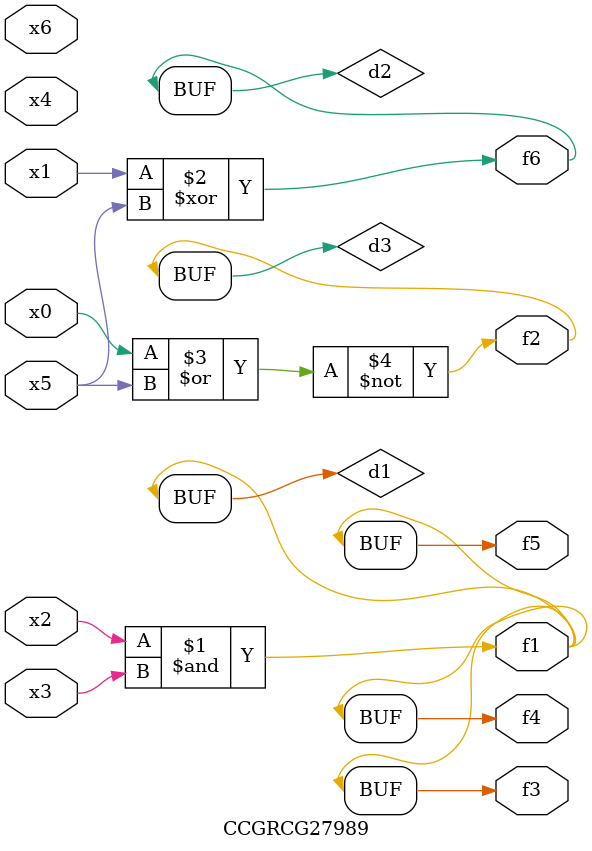
<source format=v>
module CCGRCG27989(
	input x0, x1, x2, x3, x4, x5, x6,
	output f1, f2, f3, f4, f5, f6
);

	wire d1, d2, d3;

	and (d1, x2, x3);
	xor (d2, x1, x5);
	nor (d3, x0, x5);
	assign f1 = d1;
	assign f2 = d3;
	assign f3 = d1;
	assign f4 = d1;
	assign f5 = d1;
	assign f6 = d2;
endmodule

</source>
